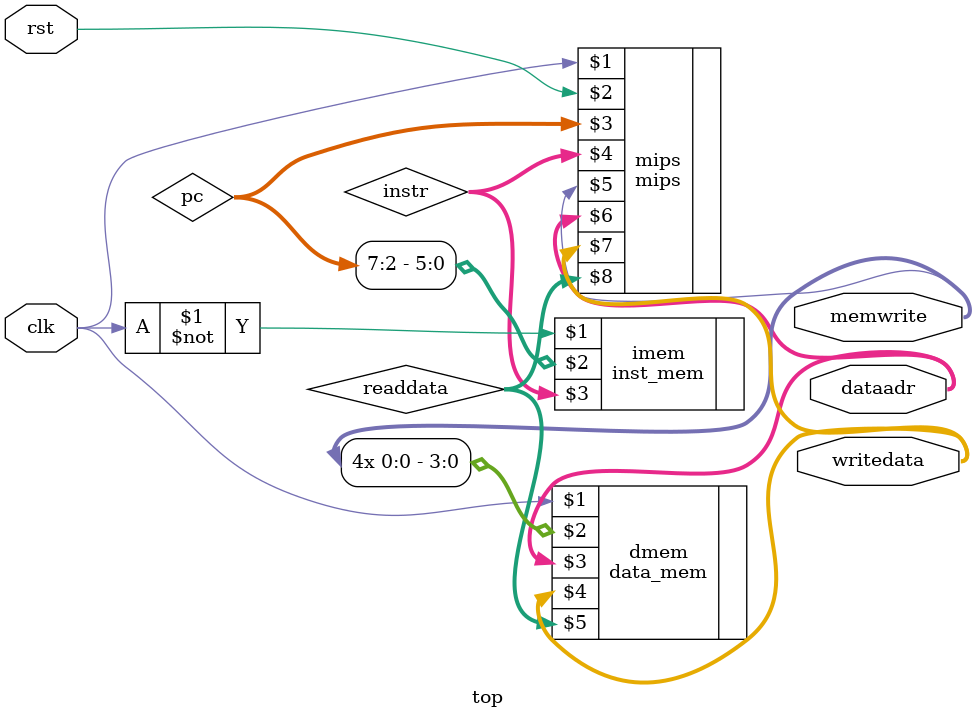
<source format=v>
`timescale 1ns / 1ps


module top(
	input wire clk,rst,
	output wire[31:0] writedata,dataadr,
	output wire memwrite
    );

	wire[31:0] pc,instr,readdata;

	mips mips(clk,rst,pc,instr,memwrite,dataadr,writedata,readdata);
	inst_mem imem(~clk,pc[7:2],instr);
	data_mem dmem(clk,{4{memwrite}},dataadr,writedata,readdata);
endmodule


</source>
